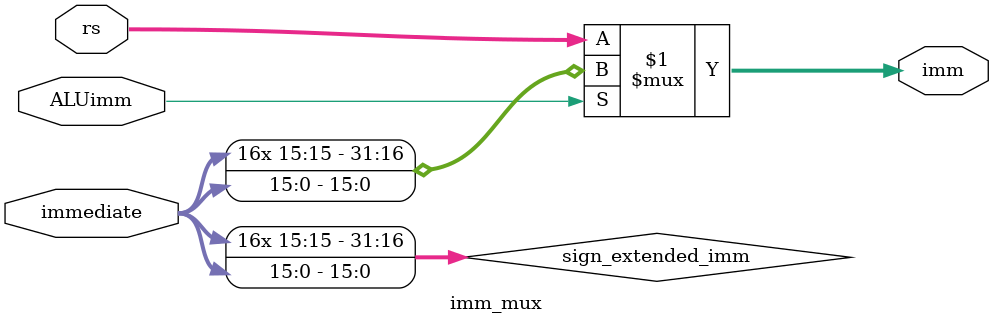
<source format=v>
module imm_mux (
    input wire [15:0] immediate,  // 16Î»Á¢¼´Êý
    input wire [31:0] rs,         // 32Î»¼Ä´æÆ÷Öµ
    input wire ALUimm,            // ¿ØÖÆÐÅºÅ£¬Ñ¡ÔñÁ¢¼´Êý»¹ÊÇ¼Ä´æÆ÷Öµ
    output wire [31:0] imm        // 32Î»Êä³ö
);

// Á¢¼´ÊýÀ©Õ¹µ½32Î»£¨·ûºÅÀ©Õ¹£©
wire [31:0] sign_extended_imm = {{16{immediate[15]}}, immediate};

// ¶àÂ·Ñ¡ÔñÆ÷
assign imm = ALUimm ? sign_extended_imm : rs;

endmodule
</source>
